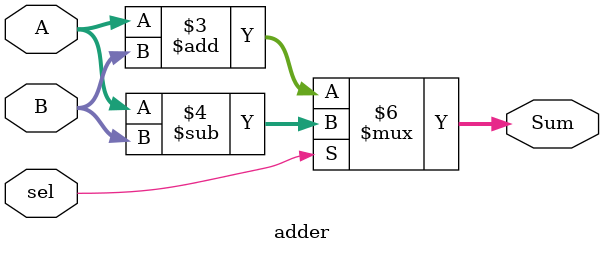
<source format=sv>
module adder #(
    parameter WIDTH = 24
)(
    input  logic [WIDTH-1:0] A,
    input  logic [WIDTH-1:0] B,
    input  logic             sel,
    output logic [WIDTH-1:0] Sum
);

    // Internal signals
    // logic [WIDTH:0] temp_sum; // one bit wider to store internal carry

    always_comb begin
        if (sel == 0)
            Sum = A + B;   // Add A and B
        else
            Sum = A - B;   // Subtract B from A

    end

endmodule

</source>
